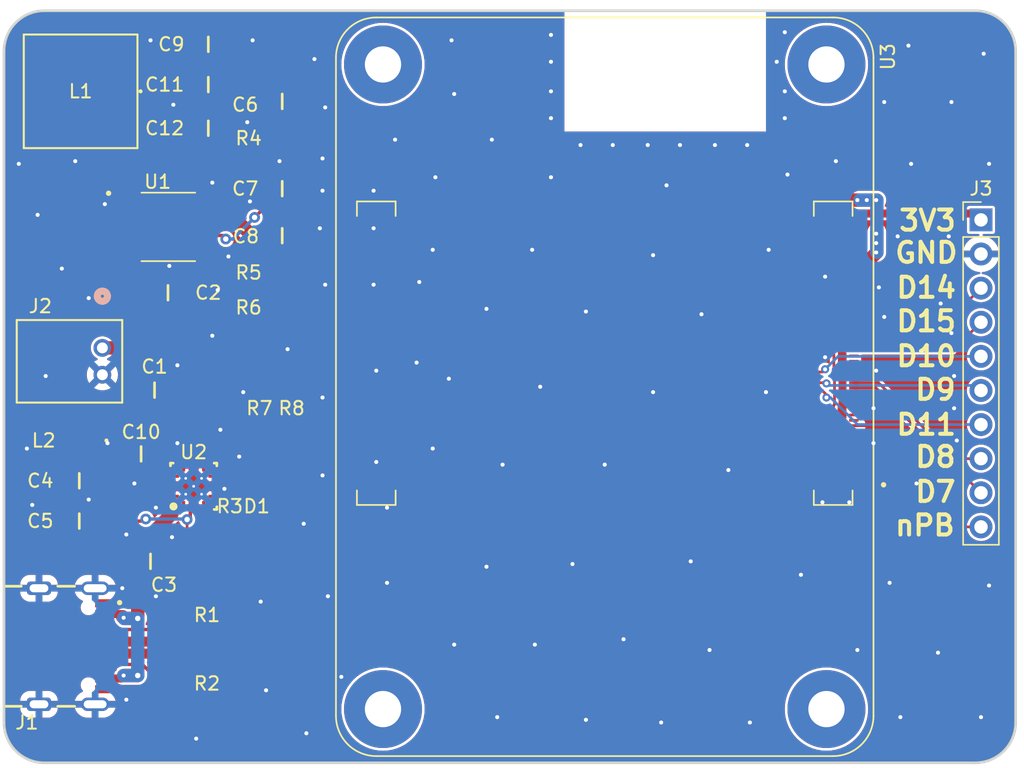
<source format=kicad_pcb>
(kicad_pcb (version 20221018) (generator pcbnew)
  (layers (0 "F.Cu" signal) (31 "B.Cu" signal) (34 "B.Paste" user) (35 "F.Paste" user) (36 "B.SilkS" user "B.Silkscreen") (37 "F.SilkS" user "F.Silkscreen") (38 "B.Mask" user) (39 "F.Mask" user) (44 "Edge.Cuts" user))
  (net 0 "")
  (net 1 "GND")
  (net 2 "/POWER/USB0_N")
  (net 3 "/POWER/USB0_P")
  (net 5 "Net-(J1-CC2)")
  (net 6 "Net-(J1-CC1)")
  (net 8 "/POWER/OUT_3V7")
  (net 9 "+3V3")
  (net 10 "/GPIO/GPIO14")
  (net 11 "/GPIO/GPIO15")
  (net 12 "/GPIO/GPIO10")
  (net 13 "/GPIO/GPIO9")
  (net 14 "/GPIO/GPIO11")
  (net 15 "/GPIO/GPIO8")
  (net 16 "/GPIO/GPIO7")
  (net 17 "/GPIO/nRPIBOOT")
  (net 18 "+5V")
  (net 19 "Net-(U1-SS)")
  (net 20 "Net-(U1-FB)")
  (net 21 "Net-(U1-COMP)")
  (net 22 "Net-(U2-TS)")
  (net 75 "+1V8")
  (net 152 "Net-(U2-PMID)")
  (net 153 "/POWER/REGN")
  (net 154 "Net-(C6-Pad1)")
  (net 155 "Net-(U2-BTST)")
  (net 156 "Net-(C10-Pad2)")
  (net 157 "Net-(U2-STAT)")
  (net 161 "/POWER/USB_5V")
  (net 162 "/POWER/VBAT")
  (net 163 "/POWER/OUT_5V")
  (net 164 "Net-(D1-K)")
  (footprint "Snapeda:AP64501SP-13_SOIC127P600X170-9N" (layer "F.Cu") (at 83.525 40.095)
    (fp_text reference "U1")
    (fp_text value "AP64501SP-13" hide)
  )
  (footprint "Snapeda:RTE0016C" (layer "F.Cu") (at 85.410001 59.410004 90)
    (fp_text reference "U2")
    (fp_text value "BQ25303JRTER")
  )
  (footprint "Snapeda:CAPC2012X140N" (layer "F.Cu") (at 82.5 52.25)
    (fp_text reference "C1")
    (fp_text value "10uF")
  )
  (footprint "Snapeda:RC0603FR-071K5L_RESC1607X60N" (layer "F.Cu") (at 84 69 180)
    (fp_text reference "R1")
    (fp_text value "5.1k")
  )
  (footprint "Snapeda:RC0603FR-071K5L_RESC1607X60N" (layer "F.Cu") (at 92 43.5)
    (fp_text reference "R5")
    (fp_text value "115k")
  )
  (footprint "Snapeda:CAPC2012X140N" (layer "F.Cu") (at 92 40.75)
    (fp_text reference "C8")
    (fp_text value "2.7nF")
  )
  (footprint "Snapeda:CAPC2012X140N" (layer "F.Cu") (at 82.2 65)
    (fp_text reference "C3")
    (fp_text value "2.2uF")
  )
  (footprint "Snapeda:RC0603FR-071K5L_RESC1607X60N" (layer "F.Cu") (at 88 63 90)
    (fp_text reference "R3")
    (fp_text value "1k")
  )
  (footprint "Snapeda:CAPC2012X140N" (layer "F.Cu") (at 81.5 57)
    (fp_text reference "C10")
    (fp_text value "47nF")
  )
  (footprint "Snapeda:CAPC2012X140N" (layer "F.Cu") (at 86.5 32.75)
    (fp_text reference "C12")
    (fp_text value "22uF")
  )
  (footprint "Snapeda:RC0603FR-071K5L_RESC1607X60N" (layer "F.Cu") (at 92 33.5)
    (fp_text reference "R4")
    (fp_text value "15.8k")
  )
  (footprint "Snapeda:CAPC2012X140N" (layer "F.Cu") (at 86.5 26.5)
    (fp_text reference "C9")
    (fp_text value "22uF" hide)
  )
  (footprint "Snapeda:RC0603FR-071K5L_RESC1607X60N" (layer "F.Cu") (at 90.25 55.75 -90)
    (fp_text reference "R7")
    (fp_text value "10K")
  )
  (footprint "Snapeda:USB4105-GF-A_GCT_USB4105-GF-A" (layer "F.Cu") (at 73.90035 71.3225 -90)
    (fp_text reference "J1")
    (fp_text value "USB4105-GF-A")
  )
  (footprint "Snapeda:CAPC2012X140N" (layer "F.Cu") (at 92 37.25)
    (fp_text reference "C7")
    (fp_text value "33pF")
  )
  (footprint "Snapeda:RC0603FR-071K5L_RESC1607X60N" (layer "F.Cu") (at 90 63 -90)
    (fp_text reference "D1")
    (fp_text value "LED")
  )
  (footprint "Connector_PinHeader_2.54mm:PinHeader_1x10_P2.54mm_Vertical" (layer "F.Cu") (at 144 39.575)
    (fp_text reference "J3")
    (fp_text value "DNP")
  )
  (footprint "Snapeda:RC0603FR-071K5L_RESC1607X60N" (layer "F.Cu") (at 92 46)
    (fp_text reference "R6")
    (fp_text value "22.1k")
  )
  (footprint "Snapeda:CAPC2012X140N" (layer "F.Cu") (at 92 30.75)
    (fp_text reference "C6")
    (fp_text value "2.7nF")
  )
  (footprint "Snapeda:CAPC2012X140N" (layer "F.Cu") (at 86.5 29.5)
    (fp_text reference "C11")
    (fp_text value "22uF" hide)
  )
  (footprint "Snapeda:CAPC2012X140N" (layer "F.Cu") (at 76.9 62)
    (fp_text reference "C5")
    (fp_text value "2.2uF")
  )
  (footprint "Snapeda:RC0603FR-071K5L_RESC1607X60N" (layer "F.Cu") (at 92.75 55.75 -90)
    (fp_text reference "R8")
    (fp_text value "10K")
  )
  (footprint "Snapeda:CM4102008_MODULE_CM4102008" (layer "F.Cu") (at 116 52 -90)
    (fp_text reference "U3")
    (fp_text value "CM4102008")
  )
  (footprint "Snapeda:CONN_S2B-PH-K-S_JST" (layer "F.Cu") (at 78.61775 49.1049 -90)
    (fp_text reference "J2")
    (fp_text value "S2B-PH-K-SLFSN" hide)
  )
  (footprint "Snapeda:CAPC2012X140N" (layer "F.Cu") (at 76.9 59)
    (fp_text reference "C4")
    (fp_text value "10uF")
  )
  (footprint "Snapeda:CAPC2012X140N" (layer "F.Cu") (at 83.5 45)
    (fp_text reference "C2")
    (fp_text value "10nF")
  )
  (footprint "Snapeda:RC0603FR-071K5L_RESC1607X60N" (layer "F.Cu") (at 84 74 180)
    (fp_text reference "R2")
    (fp_text value "5.1k")
  )
  (footprint "Snapeda:IND_TAIYO_NR8040_TAY" (layer "F.Cu") (at 77 30 180)
    (fp_text reference "L1")
    (fp_text value "NR8040T3R6N")
  )
  (footprint "Snapeda:RES_CIGT201610_SAM" (layer "F.Cu") (at 76.8255 56 180)
    (fp_text reference "L2")
    (fp_text value "CIGT201610LH1R0MNE" hide)
  )
  (gr_arc (start 71.30035 27) (mid 72.179037 24.878687) (end 74.30035 24) (stroke (width 0.2)) (layer "Edge.Cuts"))
  (gr_arc (start 74.30035 80) (mid 72.179037 79.121313) (end 71.30035 77) (stroke (width 0.2)) (layer "Edge.Cuts"))
  (gr_line (start 74.30035 24) (end 143.57868 24) (stroke (width 0.2)) (layer "Edge.Cuts"))
  (gr_line (start 146.57868 27) (end 146.57868 77) (stroke (width 0.2)) (layer "Edge.Cuts"))
  (gr_arc (start 146.57868 77) (mid 145.700004 79.121324) (end 143.57868 80) (stroke (width 0.2)) (layer "Edge.Cuts"))
  (gr_line (start 143.57868 80) (end 74.30035 80) (stroke (width 0.2)) (layer "Edge.Cuts"))
  (gr_arc (start 143.57868 24) (mid 145.700004 24.878676) (end 146.57868 27) (stroke (width 0.2)) (layer "Edge.Cuts"))
  (gr_line (start 71.30035 27) (end 71.30035 77) (stroke (width 0.2)) (layer "Edge.Cuts"))
  (gr_text "D7" (at 138.95 60.7) (layer "F.SilkS") (effects (font (size 1.5 1.5) (thickness 0.3) bold) (justify left bottom)))
  (gr_text "nPB" (at 137.45 63.2) (layer "F.SilkS") (effects (font (size 1.5 1.5) (thickness 0.3) bold) (justify left bottom)))
  (gr_text "D8" (at 138.95 58.1) (layer "F.SilkS") (effects (font (size 1.5 1.5) (thickness 0.3) bold) (justify left bottom)))
  (gr_text "D10" (at 137.55 50.6) (layer "F.SilkS") (effects (font (size 1.5 1.5) (thickness 0.3) bold) (justify left bottom)))
  (gr_text "GND\n" (at 137.45 42.9) (layer "F.SilkS") (effects (font (size 1.5 1.5) (thickness 0.3) bold) (justify left bottom)))
  (gr_text "D15" (at 137.55 48) (layer "F.SilkS") (effects (font (size 1.5 1.5) (thickness 0.3) bold) (justify left bottom)))
  (gr_text "3V3" (at 137.75 40.5) (layer "F.SilkS") (effects (font (size 1.5 1.5) (thickness 0.3) bold) (justify left bottom)))
  (gr_text "D9" (at 138.95 53.1) (layer "F.SilkS") (effects (font (size 1.5 1.5) (thickness 0.3) bold) (justify left bottom)))
  (gr_text "D14" (at 137.55 45.5) (layer "F.SilkS") (effects (font (size 1.5 1.5) (thickness 0.3) bold) (justify left bottom)))
  (gr_text "D11" (at 137.55 55.7) (layer "F.SilkS") (effects (font (size 1.5 1.5) (thickness 0.3) bold) (justify left bottom)))
  (segment (start 85.409998 58.632186) (end 85.409998 58.860005) (width 0.2) (layer "F.Cu") (net 1))
  (segment (start 85.159996 58.010004) (end 85.159996 58.382184) (width 0.2) (layer "F.Cu") (net 1))
  (segment (start 85.159996 58.010004) (end 84.659997 58.010004) (width 0.2) (layer "F.Cu") (net 1))
  (segment (start 85.159996 58.382184) (end 85.409998 58.632186) (width 0.2) (layer "F.Cu") (net 1))
  (via (at 126.6 34) (size 0.6) (drill 0.3) (layers "F.Cu" "B.Cu") (net 1))
  (via (at 102.2 44.2) (size 0.6) (drill 0.3) (layers "F.Cu" "B.Cu") (net 1))
  (via (at 95.2 44.4) (size 0.6) (drill 0.3) (layers "F.Cu" "B.Cu") (net 1))
  (via (at 141.6 40.8) (size 0.6) (drill 0.3) (layers "F.Cu" "B.Cu") (net 1))
  (via (at 144.2 27.2) (size 0.6) (drill 0.3) (layers "F.Cu" "B.Cu") (net 1))
  (via (at 94.8 40.2) (size 0.6) (drill 0.3) (layers "F.Cu" "B.Cu") (net 1))
  (via (at 111.2 52) (size 0.6) (drill 0.3) (layers "F.Cu" "B.Cu") (net 1))
  (via (at 114.2 34) (size 0.6) (drill 0.3) (layers "F.Cu" "B.Cu") (net 1))
  (via (at 86.8 48.2) (size 0.6) (drill 0.3) (layers "F.Cu" "B.Cu") (net 1))
  (via (at 119.6 52.4) (size 0.6) (drill 0.3) (layers "F.Cu" "B.Cu") (net 1))
  (via (at 141 45.8) (size 0.6) (drill 0.3) (layers "F.Cu" "B.Cu") (net 1))
  (via (at 136 56.2) (size 0.6) (drill 0.3) (layers "F.Cu" "B.Cu") (net 1))
  (via (at 137.2 66.6) (size 0.6) (drill 0.3) (layers "F.Cu" "B.Cu") (net 1))
  (via (at 77.6 45.4) (size 0.6) (drill 0.3) (layers "F.Cu" "B.Cu") (net 1))
  (via (at 85.6 78.2) (size 0.6) (drill 0.3) (layers "F.Cu" "B.Cu") (net 1))
  (via (at 77.6 60.4) (size 0.6) (drill 0.3) (layers "F.Cu" "B.Cu") (net 1))
  (via (at 73 56.6) (size 0.6) (drill 0.3) (layers "F.Cu" "B.Cu") (net 1))
  (via (at 142 53.6) (size 0.6) (drill 0.3) (layers "F.Cu" "B.Cu") (net 1))
  (via (at 79 56.2) (size 0.6) (drill 0.3) (layers "F.Cu" "B.Cu") (net 1))
  (via (at 82.6 61) (size 0.6) (drill 0.3) (layers "F.Cu" "B.Cu") (net 1))
  (via (at 132.4 49.8) (size 0.6) (drill 0.3) (layers "F.Cu" "B.Cu") (net 1))
  (via (at 80.1 67) (size 0.6) (drill 0.3) (layers "F.Cu" "B.Cu") (net 1))
  (via (at 128.8 27.8) (size 0.6) (drill 0.3) (layers "F.Cu" "B.Cu") (net 1))
  (via (at 129.6 36.2) (size 0.6) (drill 0.3) (layers "F.Cu" "B.Cu") (net 1))
  (via (at 89.8 26.2) (size 0.6) (drill 0.3) (layers "F.Cu" "B.Cu") (net 1))
  (via (at 132.2 60.6) (size 0.6) (drill 0.3) (layers "F.Cu" "B.Cu") (net 1))
  (via (at 91.8 35.2) (size 0.6) (drill 0.3) (layers "F.Cu" "B.Cu") (net 1))
  (via (at 88.8 57.2) (size 0.6) (drill 0.3) (layers "F.Cu" "B.Cu") (net 1))
  (via (at 98.8 40.2) (size 0.6) (drill 0.3) (layers "F.Cu" "B.Cu") (net 1))
  (via (at 144.6 66.8) (size 0.6) (drill 0.3) (layers "F.Cu" "B.Cu") (net 1))
  (via (at 119.2 34) (size 0.6) (drill 0.3) (layers "F.Cu" "B.Cu") (net 1))
  (via (at 134.2 60.6) (size 0.6) (drill 0.3) (layers "F.Cu" "B.Cu") (net 1))
  (via (at 138 76.6) (size 0.6) (drill 0.3) (layers "F.Cu" "B.Cu") (net 1))
  (via (at 100.4 33.6) (size 0.6) (drill 0.3) (layers "F.Cu" "B.Cu") (net 1))
  (via (at 93.6 62.2) (size 0.6) (drill 0.3) (layers "F.Cu" "B.Cu") (net 1))
  (via (at 108 76.6) (size 0.6) (drill 0.3) (layers "F.Cu" "B.Cu") (net 1))
  (via (at 132.4 43.8) (size 0.6) (drill 0.3) (layers "F.Cu" "B.Cu") (net 1))
  (via (at 112 25.8) (size 0.6) (drill 0.3) (layers "F.Cu" "B.Cu") (net 1))
  (via (at 99.8 61) (size 0.6) (drill 0.3) (layers "F.Cu" "B.Cu") (net 1))
  (via (at 126.8 77) (size 0.6) (drill 0.3) (layers "F.Cu" "B.Cu") (net 1))
  (via (at 133.2 35.2) (size 0.6) (drill 0.3) (layers "F.Cu" "B.Cu") (net 1))
  (via (at 98.8 44.4) (size 0.6) (drill 0.3) (layers "F.Cu" "B.Cu") (net 1))
  (via (at 124.2 34) (size 0.6) (drill 0.3) (layers "F.Cu" "B.Cu") (net 1))
  (via (at 116.6 34) (size 0.6) (drill 0.3) (layers "F.Cu" "B.Cu") (net 1))
  (via (at 108.4 57.8) (size 0.6) (drill 0.3) (layers "F.Cu" "B.Cu") (net 1))
  (via (at 117.4 70.8) (size 0.6) (drill 0.3) (layers "F.Cu" "B.Cu") (net 1))
  (via (at 99 57.6) (size 0.6) (drill 0.3) (layers "F.Cu" "B.Cu") (net 1))
  (via (at 104.6 26.2) (size 0.6) (drill 0.3) (layers "F.Cu" "B.Cu") (net 1))
  (via (at 95.4 67.6) (size 0.6) (drill 0.3) (layers "F.Cu" "B.Cu") (net 1))
  (via (at 141.8 48) (size 0.6) (drill 0.3) (layers "F.Cu" "B.Cu") (net 1))
  (via (at 90.8 74.6) (size 0.6) (drill 0.3) (layers "F.Cu" "B.Cu") (net 1))
  (via (at 75.6 43.2) (size 0.6) (drill 0.3) (layers "F.Cu" "B.Cu") (net 1))
  (via (at 74.4 51.2) (size 0.6) (drill 0.3) (layers "F.Cu" "B.Cu") (net 1))
  (via (at 80.4 75.3) (size 0.6) (drill 0.3) (layers "F.Cu" "B.Cu") (net 1))
  (via (at 138.8 35.4) (size 0.6) (drill 0.3) (layers "F.Cu" "B.Cu") (net 1))
  (via (at 104.8 71.2) (size 0.6) (drill 0.3) (layers "F.Cu" "B.Cu") (net 1))
  (via (at 76.6 35.2) (size 0.6) (drill 0.3) (layers "F.Cu" "B.Cu") (net 1))
  (via (at 136.2 50.8) (size 0.6) (drill 0.3) (layers "F.Cu" "B.Cu") (net 1))
  (via (at 82.6 67.6) (size 0.6) (drill 0.3) (layers "F.Cu" "B.Cu") (net 1))
  (via (at 107.2 46.2) (size 0.6) (drill 0.3) (layers "F.Cu" "B.Cu") (net 1))
  (via (at 120.6 37) (size 0.6) (drill 0.3) (layers "F.Cu" "B.Cu") (net 1))
  (via (at 136 53.6) (size 0.6) (drill 0.3) (layers "F.Cu" "B.Cu") (net 1))
  (via (at 129.4 25.6) (size 0.6) (drill 0.3) (layers "F.Cu" "B.Cu") (net 1))
  (via (at 88 42.3) (size 0.6) (drill 0.3) (layers "F.Cu" "B.Cu") (net 1))
  (via (at 113.6 65.2) (size 0.6) (drill 0.3) (layers "F.Cu" "B.Cu") (net 1))
  (via (at 119.6 42.2) (size 0.6) (drill 0.3) (layers "F.Cu" "B.Cu") (net 1))
  (via (at 72.4 35.4) (size 0.6) (drill 0.3) (layers "F.Cu" "B.Cu") (net 1))
  (via (at 136.8 30.8) (size 0.6) (drill 0.3) (layers "F.Cu" "B.Cu") (net 1))
  (via (at 102 50.2) (size 0.6) (drill 0.3) (layers "F.Cu" "B.Cu") (net 1))
  (via (at 107.6 33.6) (size 0.6) (drill 0.3) (layers "F.Cu" "B.Cu") (net 1))
  (via (at 99 50.8) (size 0.6) (drill 0.3) (layers "F.Cu" "B.Cu") (net 1))
  (via (at 95.2 31.2) (size 0.6) (drill 0.3) (layers "F.Cu" "B.Cu") (net 1))
  (via (at 95 35) (size 0.6) (drill 0.3) (layers "F.Cu" "B.Cu") (net 1))
  (via (at 139.2 59.2) (size 0.6) (drill 0.3) (layers "F.Cu" "B.Cu") (net 1))
  (via (at 89.6 38.2) (size 0.6) (drill 0.3) (layers "F.Cu" "B.Cu") (net 1))
  (via (at 103.4 36.4) (size 0.6) (drill 0.3) (layers "F.Cu" "B.Cu") (net 1))
  (via (at 89.4 32.3) (size 0.6) (drill 0.3) (layers "F.Cu" "B.Cu") (net 1))
  (via (at 112 30) (size 0.6) (drill 0.3) (layers "F.Cu" "B.Cu") (net 1))
  (via (at 104.4 51.4) (size 0.6) (drill 0.3) (layers "F.Cu" "B.Cu") (net 1))
  (via (at 103.2 41.8) (size 0.6) (drill 0.3) (layers "F.Cu" "B.Cu") (net 1))
  (via (at 141.8 30.8) (size 0.6) (drill 0.3) (layers "F.Cu" "B.Cu") (net 1))
  (via (at 123.2 46.6) (size 0.6) (drill 0.3) (layers "F.Cu" "B.Cu") (net 1))
  (via (at 93.8 77.8) (size 0.6) (drill 0.3) (layers "F.Cu" "B.Cu") (net 1))
  (via (at 98.8 37.4) (size 0.6) (drill 0.3) (layers "F.Cu" "B.Cu") (net 1))
  (via (at 144 76.6) (size 0.6) (drill 0.3) (layers "F.Cu" "B.Cu") (net 1))
  (via (at 142 51.2) (size 0.6) (drill 0.3) (layers "F.Cu" "B.Cu") (net 1))
  (via (at 104.8 30.2) (size 0.6) (drill 0.3) (layers "F.Cu" "B.Cu") (net 1))
  (via (at 83.9 31) (size 0.6) (drill 0.3) (layers "F.Cu" "B.Cu") (net 1))
  (via (at 95 52.8) (size 0.6) (drill 0.3) (layers "F.Cu" "B.Cu") (net 1))
  (via (at 92.4 49.2) (size 0.6) (drill 0.3) (layers "F.Cu" "B.Cu") (net 1))
  (via (at 134.8 71.6) (size 0.6) (drill 0.3) (layers "F.Cu" "B.Cu") (net 1))
  (via (at 112 36.4) (size 0.6) (drill 0.3) (layers "F.Cu" "B.Cu") (net 1))
  (via (at 81 59.2) (size 0.6) (drill 0.3) (layers "F.Cu" "B.Cu") (net 1))
  (via (at 87.7 59.6) (size 0.6) (drill 0.3) (layers "F.Cu" "B.Cu") (net 1))
  (via (at 112 32) (size 0.6) (drill 0.3) (layers "F.Cu" "B.Cu") (net 1))
  (via (at 137.8 40.8) (size 0.6) (drill 0.3) (layers "F.Cu" "B.Cu") (net 1))
  (via (at 90.4 68) (size 0.6) (drill 0.3) (layers "F.Cu" "B.Cu") (net 1))
  (via (at 129.4 32) (size 0.6) (drill 0.3) (layers "F.Cu" "B.Cu") (net 1))
  (via (at 95 58.6) (size 0.6) (drill 0.3) (layers "F.Cu" "B.Cu") (net 1))
  (via (at 122.4 65) (size 0.6) (drill 0.3) (layers "F.Cu" "B.Cu") (net 1))
  (via (at 130.6 66) (size 0.6) (drill 0.3) (layers "F.Cu" "B.Cu") (net 1))
  (via (at 84.2 50.4) (size 0.6) (drill 0.3) (layers "F.Cu" "B.Cu") (net 1))
  (via (at 78.8 38.4) (size 0.6) (drill 0.3) (layers "F.Cu" "B.Cu") (net 1))
  (via (at 128.2 41.8) (size 0.6) (drill 0.3) (layers "F.Cu" "B.Cu") (net 1))
  (via (at 123.8 71.6) (size 0.6) (drill 0.3) (layers "F.Cu" "B.Cu") (net 1))
  (via (at 89.1 52.4) (size 0.6) (drill 0.3) (layers "F.Cu" "B.Cu") (net 1))
  (via (at 128 52.4) (size 0.6) (drill 0.3) (layers "F.Cu" "B.Cu") (net 1))
  (via (at 84.2 56.2) (size 0.6) (drill 0.3) (layers "F.Cu" "B.Cu") (net 1))
  (via (at 110.6 41.8) (size 0.6) (drill 0.3) (layers "F.Cu" "B.Cu") (net 1))
  (via (at 121.6 34) (size 0.6) (drill 0.3) (layers "F.Cu" "B.Cu") (net 1))
  (via (at 99.8 66.6) (size 0.6) (drill 0.3) (layers "F.Cu" "B.Cu") (net 1))
  (via (at 112 27.8) (size 0.6) (drill 0.3) (layers "F.Cu" "B.Cu") (net 1))
  (via (at 125.2 58.2) (size 0.6) (drill 0.3) (layers "F.Cu" "B.Cu") (net 1))
  (via (at 114.6 46.4) (size 0.6) (drill 0.3) (layers "F.Cu" "B.Cu") (net 1))
  (via (at 83.8 63.2) (size 0.6) (drill 0.3) (layers "F.Cu" "B.Cu") (net 1))
  (via (at 136.8 46.8) (size 0.6) (drill 0.3) (layers "F.Cu" "B.Cu") (net 1))
  (via (at 95 37.4) (size 0.6) (drill 0.3) (layers "F.Cu" "B.Cu") (net 1))
  (via (at 86.8 36.8) (size 0.6) (drill 0.3) (layers "F.Cu" "B.Cu") (net 1))
  (via (at 110.8 71.2) (size 0.6) (drill 0.3) (layers "F.Cu" "B.Cu") (net 1))
  (via (at 87.4 55.2) (size 0.6) (drill 0.3) (layers "F.Cu" "B.Cu") (net 1))
  (via (at 103.2 56.6) (size 0.6) (drill 0.3) (layers "F.Cu" "B.Cu") (net 1))
  (via (at 73.4 60.8) (size 0.6) (drill 0.3) (layers "F.Cu" "B.Cu") (net 1))
  (via (at 138.6 26.6) (size 0.6) (drill 0.3) (layers "F.Cu" "B.Cu") (net 1))
  (via (at 73.8 39.2) (size 0.6) (drill 0.3) (layers "F.Cu" "B.Cu") (net 1))
  (via (at 80.4 63) (size 0.6) (drill 0.3) (layers "F.Cu" "B.Cu") (net 1))
  (via (at 96.4 73.6) (size 0.6) (drill 0.3) (layers "F.Cu" "B.Cu") (net 1))
  (via (at 140.8 71.8) (size 0.6) (drill 0.3) (layers "F.Cu" "B.Cu") (net 1))
  (via (at 94.4 27.6) (size 0.6) (drill 0.3) (layers "F.Cu" "B.Cu") (net 1))
  (via (at 83.6 43) (size 0.6) (drill 0.3) (layers "F.Cu" "B.Cu") (net 1))
  (via (at 107.2 65.4) (size 0.6) (drill 0.3) (layers "F.Cu" "B.Cu") (net 1))
  (via (at 116 57.8) (size 0.6) (drill 0.3) (layers "F.Cu" "B.Cu") (net 1))
  (via (at 144.6 35.4) (size 0.6) (drill 0.3) (layers "F.Cu" "B.Cu") (net 1))
  (via (at 142.2 56) (size 0.6) (drill 0.3) (layers "F.Cu" "B.Cu") (net 1))
  (via (at 114.6 76.8) (size 0.6) (drill 0.3) (layers "F.Cu" "B.Cu") (net 1))
  (via (at 129.4 30) (size 0.6) (drill 0.3) (layers "F.Cu" "B.Cu") (net 1))
  (via (at 136.4 44.6) (size 0.6) (drill 0.3) (layers "F.Cu" "B.Cu") (net 1))
  (via (at 87.2 44.8) (size 0.6) (drill 0.3) (layers "F.Cu" "B.Cu") (net 1))
  (via (at 120.2 77) (size 0.6) (drill 0.3) (layers "F.Cu" "B.Cu") (net 1))
  (via (at 82.2 26.2) (size 0.6) (drill 0.3) (layers "F.Cu" "B.Cu") (net 1))
  (segment (start 101.5 59.25) (end 101.615442 59.25) (width 0.745) (layer "F.Cu") (net 2))
  (segment (start 79.53035 71.5225) (end 79.53035 70.6225) (width 0.2) (layer "F.Cu") (net 2))
  (segment (start 79.48035 70.5725) (end 78.65535 70.5725) (width 0.2) (layer "F.Cu") (net 2))
  (segment (start 101.15 58.9) (end 101.5 59.25) (width 0.2) (layer "F.Cu") (net 2))
  (segment (start 79.53035 70.6225) (end 79.48035 70.5725) (width 0.2) (layer "F.Cu") (net 2))
  (segment (start 102.8013 65.548794) (end 102.8013 66.564142) (width 0.745) (layer "F.Cu") (net 2))
  (segment (start 102.2738 62.6675) (end 102.3288 62.6675) (width 0.745) (layer "F.Cu") (net 2))
  (segment (start 102.3288 63.6125) (end 102.2738 63.6125) (width 0.745) (layer "F.Cu") (net 2))
  (segment (start 101.615442 59.25) (end 102.8013 60.435858) (width 0.745) (layer "F.Cu") (net 2))
  (segment (start 98.389922 70.97552) (end 80.543157 70.97552) (width 0.745) (layer "F.Cu") (net 2))
  (segment (start 102.8013 66.564142) (end 98.389922 70.97552) (width 0.745) (layer "F.Cu") (net 2))
  (segment (start 102.8013 65.03) (end 102.8013 65.548794) (width 0.745) (layer "F.Cu") (net 2))
  (segment (start 78.65535 71.5725) (end 79.48035 71.5725) (width 0.2) (layer "F.Cu") (net 2))
  (segment (start 79.48035 71.5725) (end 79.53035 71.5225) (width 0.2) (layer "F.Cu") (net 2))
  (segment (start 100.54 58.9) (end 101.15 58.9) (width 0.2) (layer "F.Cu") (net 2))
  (segment (start 102.8013 60.435858) (end 102.8013 61.25) (width 0.745) (layer "F.Cu") (net 2))
  (segment (start 102.2738 64.5575) (end 102.3288 64.5575) (width 0.745) (layer "F.Cu") (net 2))
  (segment (start 102.3288 61.7225) (end 102.2738 61.7225) (width 0.745) (layer "F.Cu") (net 2))
  (segment (start 78.65535 70.5725) (end 80.140137 70.5725) (width 0.2) (layer "F.Cu") (net 2))
  (segment (start 80.140137 70.5725) (end 80.543157 70.97552) (width 0.2) (layer "F.Cu") (net 2))
  (arc (start 102.3288 62.6675) (mid 102.662908 62.805892) (end 102.8013 63.14) (width 0.745) (layer "F.Cu") (net 2))
  (arc (start 101.8013 62.195) (mid 101.939692 62.529108) (end 102.2738 62.6675) (width 0.745) (layer "F.Cu") (net 2))
  (arc (start 102.2738 63.6125) (mid 101.939692 63.750892) (end 101.8013 64.085) (width 0.745) (layer "F.Cu") (net 2))
  (arc (start 102.3288 64.5575) (mid 102.662908 64.695892) (end 102.8013 65.03) (width 0.745) (layer "F.Cu") (net 2))
  (arc (start 102.8013 63.14) (mid 102.662908 63.474108) (end 102.3288 63.6125) (width 0.745) (layer "F.Cu") (net 2))
  (arc (start 102.2738 61.7225) (mid 101.939692 61.860892) (end 101.8013 62.195) (width 0.745) (layer "F.Cu") (net 2))
  (arc (start 102.8013 61.25) (mid 102.662908 61.584108) (end 102.3288 61.7225) (width 0.745) (layer "F.Cu") (net 2))
  (arc (start 101.8013 64.085) (mid 101.939692 64.419108) (end 102.2738 64.5575) (width 0.745) (layer "F.Cu") (net 2))
  (segment (start 101.5 58.25) (end 101.884558 58.25) (width 0.745) (layer "F.Cu") (net 3))
  (segment (start 98.761638 71.87292) (end 80.543157 71.87292) (width 0.745) (layer "F.Cu") (net 3))
  (segment (start 101.884558 58.25) (end 103.6987 60.064142) (width 0.745) (layer "F.Cu") (net 3))
  (segment (start 103.6987 60.064142) (end 103.6987 66.935858) (width 0.745) (layer "F.Cu") (net 3))
  (segment (start 78.65535 72.0725) (end 80.343577 72.0725) (width 0.2) (layer "F.Cu") (net 3))
  (segment (start 77.83035 72.0725) (end 77.75 71.99215) (width 0.2) (layer "F.Cu") (net 3))
  (segment (start 100.54 58.5) (end 101.25 58.5) (width 0.2) (layer "F.Cu") (net 3))
  (segment (start 103.6987 66.935858) (end 98.761638 71.87292) (width 0.745) (layer "F.Cu") (net 3))
  (segment (start 101.25 58.5) (end 101.5 58.25) (width 0.2) (layer "F.Cu") (net 3))
  (segment (start 77.75 71.99215) (end 77.75 71.25) (width 0.2) (layer "F.Cu") (net 3))
  (segment (start 77.75 71.25) (end 77.9275 71.0725) (width 0.2) (layer "F.Cu") (net 3))
  (segment (start 77.9275 71.0725) (end 78.65535 71.0725) (width 0.2) (layer "F.Cu") (net 3))
  (segment (start 78.65535 72.0725) (end 77.83035 72.0725) (width 0.2) (layer "F.Cu") (net 3))
  (segment (start 80.343577 72.0725) (end 80.543157 71.87292) (width 0.2) (layer "F.Cu") (net 3))
  (segment (start 79.63035 72.675) (end 79.55535 72.75) (width 0.25) (layer "F.Cu") (net 5))
  (segment (start 82.916726 74) (end 81.591726 72.675) (width 0.25) (layer "F.Cu") (net 5))
  (segment (start 79.55535 73.0475) (end 79.53035 73.0725) (width 0.25) (layer "F.Cu") (net 5))
  (segment (start 83.265 74) (end 82.916726 74) (width 0.25) (layer "F.Cu") (net 5))
  (segment (start 81.591726 72.675) (end 79.63035 72.675) (width 0.25) (layer "F.Cu") (net 5))
  (segment (start 79.55535 72.75) (end 79.55535 73.0475) (width 0.25) (layer "F.Cu") (net 5))
  (segment (start 79.53035 73.0725) (end 78.65535 73.0725) (width 0.25) (layer "F.Cu") (net 5))
  (segment (start 83.265 69) (end 82.19 70.075) (width 0.25) (layer "F.Cu") (net 6))
  (segment (start 78.65785 70.075) (end 78.65535 70.0725) (width 0.25) (layer "F.Cu") (net 6))
  (segment (start 82.19 70.075) (end 78.65785 70.075) (width 0.25) (layer "F.Cu") (net 6))
  (segment (start 76 56) (end 76 44.795001) (width 0.6) (layer "F.Cu") (net 8))
  (segment (start 81.05 39.46) (end 81.05 40.73) (width 0.6) (layer "F.Cu") (net 8))
  (segment (start 81 54.325) (end 76.475 54.325) (width 0.6) (layer "F.Cu") (net 8))
  (segment (start 81.6 53.725) (end 81 54.325) (width 0.6) (layer "F.Cu") (net 8))
  (segment (start 80.065001 40.73) (end 81.05 40.73) (width 0.6) (layer "F.Cu") (net 8))
  (segment (start 76 44.795001) (end 80.065001 40.73) (width 0.6) (layer "F.Cu") (net 8))
  (segment (start 76 54.8) (end 76 56) (width 0.6) (layer "F.Cu") (net 8))
  (segment (start 76 55.454922) (end 76 56) (width 0.25) (layer "F.Cu") (net 8))
  (segment (start 81.6 52.25) (end 81.6 53.725) (width 0.6) (layer "F.Cu") (net 8))
  (segment (start 76.475 54.325) (end 76 54.8) (width 0.6) (layer "F.Cu") (net 8))
  (segment (start 133.69 39.1) (end 132.4524 40.3376) (width 0.6) (layer "F.Cu") (net 9))
  (segment (start 132.2024 42.5) (end 132.4524 42.75) (width 0.2) (layer "F.Cu") (net 9))
  (segment (start 131.46 42.9) (end 132.3024 42.9) (width 0.2) (layer "F.Cu") (net 9))
  (segment (start 131.46 42.5) (end 132.2024 42.5) (width 0.2) (layer "F.Cu") (net 9))
  (segment (start 143.525 39.1) (end 133.69 39.1) (width 0.6) (layer "F.Cu") (net 9))
  (segment (start 144 39.575) (end 143.525 39.1) (width 0.6) (layer "F.Cu") (net 9))
  (segment (start 132.3024 42.9) (end 132.4524 42.75) (width 0.2) (layer "F.Cu") (net 9))
  (segment (start 132.4524 40.3376) (end 132.4524 42.75) (width 0.6) (layer "F.Cu") (net 9))
  (segment (start 134.54 48.5) (end 140.155 48.5) (width 0.2) (layer "F.Cu") (net 10))
  (segment (start 140.155 48.5) (end 144 44.655) (width 0.2) (layer "F.Cu") (net 10))
  (segment (start 141.895 49.3) (end 134.54 49.3) (width 0.2) (layer "F.Cu") (net 11))
  (segment (start 144 47.195) (end 141.895 49.3) (width 0.2) (layer "F.Cu") (net 11))
  (segment (start 132.4 50.7) (end 132.2 50.9) (width 0.2) (layer "F.Cu") (net 12))
  (segment (start 132.2 50.9) (end 131.46 50.9) (width 0.2) (layer "F.Cu") (net 12))
  (via (at 132.4 50.7) (size 0.6) (drill 0.3) (layers "F.Cu" "B.Cu") (net 12))
  (segment (start 133.365 49.735) (end 144 49.735) (width 0.2) (layer "B.Cu") (net 12))
  (segment (start 132.4 50.7) (end 133.365 49.735) (width 0.2) (layer "B.Cu") (net 12))
  (segment (start 132.451903 51.7) (end 131.46 51.7) (width 0.2) (layer "F.Cu") (net 13))
  (segment (start 132.5 51.748097) (end 132.451903 51.7) (width 0.2) (layer "F.Cu") (net 13))
  (via (at 132.5 51.748097) (size 0.6) (drill 0.3) (layers "F.Cu" "B.Cu") (net 13))
  (segment (start 132.651903 51.9) (end 132.5 51.748097) (width 0.2) (layer "B.Cu") (net 13))
  (segment (start 144 52.275) (end 143.625 51.9) (width 0.2) (layer "B.Cu") (net 13))
  (segment (start 143.625 51.9) (end 132.651903 51.9) (width 0.2) (layer "B.Cu") (net 13))
  (segment (start 132.5 52.596626) (end 132.003374 52.1) (width 0.2) (layer "F.Cu") (net 14))
  (segment (start 132.003374 52.1) (end 131.46 52.1) (width 0.2) (layer "F.Cu") (net 14))
  (segment (start 132.5 52.8) (end 132.5 52.596626) (width 0.2) (layer "F.Cu") (net 14))
  (via (at 132.5 52.8) (size 0.6) (drill 0.3) (layers "F.Cu" "B.Cu") (net 14))
  (segment (start 132.5 52.8) (end 132.8 52.8) (width 0.2) (layer "B.Cu") (net 14))
  (segment (start 134.815 54.815) (end 144 54.815) (width 0.2) (layer "B.Cu") (net 14))
  (segment (start 132.8 52.8) (end 134.815 54.815) (width 0.2) (layer "B.Cu") (net 14))
  (segment (start 142.025686 57.355) (end 136.370686 51.7) (width 0.2) (layer "F.Cu") (net 15))
  (segment (start 136.370686 51.7) (end 134.54 51.7) (width 0.2) (layer "F.Cu") (net 15))
  (segment (start 144 57.355) (end 142.025686 57.355) (width 0.2) (layer "F.Cu") (net 15))
  (segment (start 134.54 52.1) (end 136.205 52.1) (width 0.2) (layer "F.Cu") (net 16))
  (segment (start 136.205 52.1) (end 144 59.895) (width 0.2) (layer "F.Cu") (net 16))
  (segment (start 133.0524 40.9476) (end 133.0524 51.4238) (width 0.2) (layer "F.Cu") (net 17))
  (segment (start 133.9 40.1) (end 133.0524 40.9476) (width 0.2) (layer "F.Cu") (net 17))
  (segment (start 133.0286 53.4) (end 133.0286 61.2214) (width 0.2) (layer "F.Cu") (net 17))
  (segment (start 133.1 51.4714) (end 133.1 53.3286) (width 0.2) (layer "F.Cu") (net 17))
  (segment (start 134.2422 62.435) (end 144 62.435) (width 0.2) (layer "F.Cu") (net 17))
  (segment (start 133.0286 61.2214) (end 134.2422 62.435) (width 0.2) (layer "F.Cu") (net 17))
  (segment (start 134.54 40.1) (end 133.9 40.1) (width 0.2) (layer "F.Cu") (net 17))
  (segment (start 133.0524 51.4238) (end 133.1 51.4714) (width 0.2) (layer "F.Cu") (net 17))
  (segment (start 133.1 53.3286) (end 133.0286 53.4) (width 0.2) (layer "F.Cu") (net 17))
  (segment (start 135.06 42.5) (end 135.4 42.84) (width 0.2) (layer "F.Cu") (net 18))
  (segment (start 135.1 44.1) (end 134.54 44.1) (width 0.2) (layer "F.Cu") (net 18))
  (segment (start 134.94 43.3) (end 135.4 42.84) (width 0.2) (layer "F.Cu") (net 18))
  (segment (start 135.495 42.745) (end 135.4 42.84) (width 1) (layer "F.Cu") (net 18))
  (segment (start 135 38.1) (end 136.25 38.1) (width 1) (layer "F.Cu") (net 18))
  (segment (start 88.5 39.5) (end 89.75 40.75) (width 1) (layer "F.Cu") (net 18))
  (segment (start 134.54 42.9) (end 135.34 42.9) (width 0.2) (layer "F.Cu") (net 18))
  (segment (start 91.1 40.75) (end 91.1 43.335) (width 1) (layer "F.Cu") (net 18))
  (segment (start 135.4 43.8) (end 135.3 43.7) (width 0.2) (layer "F.Cu") (net 18))
  (segment (start 134.54 42.1) (end 135.3 42.1) (width 0.2) (layer "F.Cu") (net 18))
  (segment (start 85.6 33.85) (end 88.5 36.75) (width 1) (layer "F.Cu") (net 18))
  (segment (start 91.1 43.335) (end 91.265 43.5) (width 1) (layer "F.Cu") (net 18))
  (segment (start 135.3 43.7) (end 134.54 43.7) (width 0.2) (layer "F.Cu") (net 18))
  (segment (start 135.72 42.52) (end 135.495 42.745) (width 1) (layer "F.Cu") (net 18))
  (segment (start 91.1 39.85) (end 92.2 38.75) (width 1) (layer "F.Cu") (net 18))
  (segment (start 135.34 42.9) (end 135.4 42.84) (width 0.2) (layer "F.Cu") (net 18))
  (segment (start 136.25 41.99) (end 135.72 42.52) (width 1) (layer "F.Cu") (net 18))
  (segment (start 88.5 36.75) (end 88.5 39.5) (width 1) (layer "F.Cu") (net 18))
  (segment (start 136.25 40.5) (end 136.25 41.99) (width 1) (layer "F.Cu") (net 18))
  (segment (start 85.6 29.5) (end 85.6 32.75) (width 1) (layer "F.Cu") (net 18))
  (segment (start 135.4 43.8) (end 135.1 44.1) (width 0.2) (layer "F.Cu") (net 18))
  (segment (start 92.2 38.75) (end 132.625786 38.75) (width 1) (layer "F.Cu") (net 18))
  (segment (start 80.25 30) (end 83.75 26.5) (width 1) (layer "F.Cu") (net 18))
  (segment (start 79.80035 30) (end 80.25 30) (width 1) (layer "F.Cu") (net 18))
  (segment (start 89.75 40.75) (end 91.1 40.75) (width 1) (layer "F.Cu") (net 18))
  (segment (start 132.625786 38.75) (end 133.275786 38.1) (width 1) (layer "F.Cu") (net 18))
  (segment (start 134.54 42.5) (end 135.06 42.5) (width 0.2) (layer "F.Cu") (net 18))
  (segment (start 91.1 40.75) (end 91.1 39.85) (width 1) (layer "F.Cu") (net 18))
  (segment (start 83.75 26.5) (end 85.6 26.5) (width 1) (layer "F.Cu") (net 18))
  (segment (start 85.6 32.75) (end 85.6 33.85) (width 1) (layer "F.Cu") (net 18))
  (segment (start 134.54 43.3) (end 134.94 43.3) (width 0.2) (layer "F.Cu") (net 18))
  (segment (start 133.275786 38.1) (end 135 38.1) (width 1) (layer "F.Cu") (net 18))
  (segment (start 135.4 42.84) (end 135.4 43.8) (width 1) (layer "F.Cu") (net 18))
  (segment (start 85.6 26.5) (end 85.6 29.5) (width 1) (layer "F.Cu") (net 18))
  (segment (start 135.3 42.1) (end 135.72 42.52) (width 0.2) (layer "F.Cu") (net 18))
  (via (at 136.2 42) (size 0.6) (drill 0.3) (layers "F.Cu" "B.Cu") (net 18))
  (via (at 136.2 41.3) (size 0.6) (drill 0.3) (layers "F.Cu" "B.Cu") (net 18))
  (via (at 134.8 38.1) (size 0.6) (drill 0.3) (layers "F.Cu" "B.Cu") (net 18))
  (via (at 136.2 38.1) (size 0.6) (drill 0.3) (layers "F.Cu" "B.Cu") (net 18))
  (via (at 135.5 38.1) (size 0.6) (drill 0.3) (layers "F.Cu" "B.Cu") (net 18))
  (via (at 136.2 40.6) (size 0.6) (drill 0.3) (layers "F.Cu" "B.Cu") (net 18))
  (segment (start 136.25 38.1) (end 135 38.1) (width 1) (layer "B.Cu") (net 18))
  (segment (start 136.25 40.5) (end 136.25 41.99) (width 1) (layer "B.Cu") (net 18))
  (segment (start 136.25 38.1) (end 136.25 40.5) (width 1) (layer "B.Cu") (net 18))
  (segment (start 82.6 45) (end 82.6 43.55) (width 0.25) (layer "F.Cu") (net 19))
  (segment (start 82.6 43.55) (end 81.05 42) (width 0.25) (layer "F.Cu") (net 19))
  (segment (start 90 46) (end 86 42) (width 0.25) (layer "F.Cu") (net 20))
  (segment (start 92.735 44.32) (end 91.265 45.79) (width 0.25) (layer "F.Cu") (net 20))
  (segment (start 92.735 43.5) (end 92.735 44.32) (width 0.25) (layer "F.Cu") (net 20))
  (segment (start 91.265 45.79) (end 91.265 46) (width 0.25) (layer "F.Cu") (net 20))
  (segment (start 91.265 46) (end 90 46) (width 0.25) (layer "F.Cu") (net 20))
  (segment (start 92.735 40.915) (end 92.9 40.75) (width 0.25) (layer "F.Cu") (net 20))
  (segment (start 92.735 43.5) (end 92.735 40.915) (width 0.25) (layer "F.Cu") (net 20))
  (segment (start 87.53 40.73) (end 86 40.73) (width 0.25) (layer "F.Cu") (net 21))
  (segment (start 89.944134 39.389206) (end 91.1 38.23334) (width 0.25) (layer "F.Cu") (net 21))
  (segment (start 87.8 41) (end 87.53 40.73) (width 0.25) (layer "F.Cu") (net 21))
  (segment (start 91.1 33.665) (end 91.265 33.5) (width 0.25) (layer "F.Cu") (net 21))
  (segment (start 91.1 37.25) (end 91.1 33.665) (width 0.25) (layer "F.Cu") (net 21))
  (segment (start 91.1 38.23334) (end 91.1 37.25) (width 0.25) (layer "F.Cu") (net 21))
  (via (at 87.8 41) (size 0.8) (drill 0.4) (layers "F.Cu" "B.Cu") (net 21))
  (via (at 89.944134 39.389206) (size 0.8) (drill 0.4) (layers "F.Cu" "B.Cu") (net 21))
  (segment (start 88.33334 41) (end 89.944134 39.389206) (width 0.25) (layer "B.Cu") (net 21))
  (segment (start 87.8 41) (end 88.33334 41) (width 0.25) (layer "B.Cu") (net 21))
  (segment (start 87.195001 59.160002) (end 86.809998 59.160002) (width 0.25) (layer "F.Cu") (net 22))
  (segment (start 87.434997 58.920006) (end 87.195001 59.160002) (width 0.25) (layer "F.Cu") (net 22))
  (segment (start 90.25 55.015) (end 89.49 55.015) (width 0.25) (layer "F.Cu") (net 22))
  (segment (start 89.49 55.015) (end 87.434997 57.070003) (width 0.25) (layer "F.Cu") (net 22))
  (segment (start 87.434997 57.070003) (end 87.434997 58.920006) (width 0.25) (layer "F.Cu") (net 22))
  (segment (start 92.75 55.015) (end 90.25 55.015) (width 0.25) (layer "F.Cu") (net 22))
  (segment (start 131.46 41.7) (end 131.46 42.1) (width 0.2) (layer "F.Cu") (net 75))
  (segment (start 78.960002 60.160002) (end 77.8 59) (width 0.25) (layer "F.Cu") (net 152))
  (segment (start 84.009999 60.160002) (end 78.960002 60.160002) (width 0.25) (layer "F.Cu") (net 152))
  (segment (start 81.847536 61.847536) (end 81.695072 62) (width 0.25) (layer "F.Cu") (net 153))
  (segment (start 90.81 62.925) (end 90 63.735) (width 0.2) (layer "F.Cu") (net 153))
  (segment (start 81.695072 62) (end 77.8 62) (width 0.25) (layer "F.Cu") (net 153))
  (segment (start 85.159996 60.810004) (end 85.159996 61.644932) (width 0.25) (layer "F.Cu") (net 153))
  (segment (start 84.922711 62.922711) (end 86.555 64.555) (width 0.2) (layer "F.Cu") (net 153))
  (segment (start 89.18 64.555) (end 90 63.735) (width 0.2) (layer "F.Cu") (net 153))
  (segment (start 84.922711 61.882217) (end 84.922711 62.922711) (width 0.2) (layer "F.Cu") (net 153))
  (segment (start 90.25 56.485) (end 90.81 57.045) (width 0.2) (layer "F.Cu") (net 153))
  (segment (start 86.555 64.555) (end 89.18 64.555) (width 0.2) (layer "F.Cu") (net 153))
  (segment (start 85.159996 61.644932) (end 84.922711 61.882217) (width 0.25) (layer "F.Cu") (net 153))
  (segment (start 90.81 57.045) (end 90.81 62.925) (width 0.2) (layer "F.Cu") (net 153))
  (via (at 84.922711 61.882217) (size 0.8) (drill 0.4) (layers "F.Cu" "B.Cu") (net 153))
  (via (at 81.847536 61.847536) (size 0.8) (drill 0.4) (layers "F.Cu" "B.Cu") (net 153))
  (segment (start 84.88803 61.847536) (end 81.847536 61.847536) (width 0.25) (layer "B.Cu") (net 153))
  (segment (start 84.922711 61.882217) (end 84.88803 61.847536) (width 0.25) (layer "B.Cu") (net 153))
  (segment (start 91.1 31.655) (end 91.1 30.75) (width 0.25) (layer "F.Cu") (net 154))
  (segment (start 92.735 33.29) (end 91.1 31.655) (width 0.25) (layer "F.Cu") (net 154))
  (segment (start 92.735 33.5) (end 92.735 33.29) (width 0.25) (layer "F.Cu") (net 154))
  (segment (start 83.060004 59.660004) (end 82.985002 59.585002) (width 0.25) (layer "F.Cu") (net 155))
  (segment (start 80.6 57.15) (end 81.9 58.45) (width 0.5) (layer "F.Cu") (net 155))
  (segment (start 84.009999 59.660004) (end 83.939996 59.660004) (width 0.2) (layer "F.Cu") (net 155))
  (segment (start 80.6 57) (end 80.6 57.15) (width 0.5) (layer "F.Cu") (net 155))
  (segment (start 81.9 58.45) (end 81.9 58.5) (width 0.5) (layer "F.Cu") (net 155))
  (segment (start 84.009999 59.660004) (end 83.060004 59.660004) (width 0.25) (layer "F.Cu") (net 155))
  (segment (start 81.9 58.5) (end 82.985002 59.585002) (width 0.5) (layer "F.Cu") (net 155))
  (segment (start 82.4 57) (end 82.4 56.6) (width 0.5) (layer "F.Cu") (net 156))
  (segment (start 84.009999 58.660003) (end 83.410003 58.660003) (width 0.25) (layer "F.Cu") (net 156))
  (segment (start 83.410002 58.010002) (end 83.410002 59.020052) (width 0.5) (layer "F.Cu") (net 156))
  (segment (start 80.875 55.075) (end 78.576 55.075) (width 0.5) (layer "F.Cu") (net 156))
  (segment (start 82.4 57) (end 83.410002 58.010002) (width 0.5) (layer "F.Cu") (net 156))
  (segment (start 83.410002 59.160002) (end 84.009999 59.160002) (width 0.25) (layer "F.Cu") (net 156))
  (segment (start 82.4 56.6) (end 80.875 55.075) (width 0.5) (layer "F.Cu") (net 156))
  (segment (start 78.576 55.075) (end 77.651 56) (width 0.5) (layer "F.Cu") (net 156))
  (segment (start 85.659998 61.659998) (end 85.659998 60.810004) (width 0.2) (layer "F.Cu") (net 157))
  (segment (start 86.265 62.265) (end 85.659998 61.659998) (width 0.2) (layer "F.Cu") (net 157))
  (segment (start 88 62.265) (end 86.265 62.265) (width 0.2) (layer "F.Cu") (net 157))
  (segment (start 84.557489 61.257489) (end 83.992511 61.257489) (width 0.2) (layer "F.Cu") (net 161))
  (segment (start 80.125 69.125) (end 80.25 69.25) (width 1) (layer "F.Cu") (net 161))
  (segment (start 81.25 64) (end 83.8 61.45) (width 1) (layer "F.Cu") (net 161))
  (segment (start 81.25 73.5) (end 80.25 73.5) (width 1) (layer "F.Cu") (net 161))
  (segment (start 81.25 69.25) (end 80.25 69.25) (width 1) (layer "F.Cu") (net 161))
  (segment (start 84.659997 61.154981) (end 84.557489 61.257489) (width 0.2) (layer "F.Cu") (net 161))
  (segment (start 78.65535 73.7225) (end 80.0275 73.7225) (width 0.6) (layer "F.Cu") (net 161))
  (segment (start 78.65535 68.9225) (end 79.9225 68.9225) (width 0.6) (layer "F.Cu") (net 161))
  (segment (start 79.9225 68.9225) (end 80.125 69.125) (width 0.6) (layer "F.Cu") (net 161))
  (segment (start 83.992511 61.257489) (end 83.8 61.45) (width 0.2) (layer "F.Cu") (net 161))
  (segment (start 80.0275 73.7225) (end 80.25 73.5) (width 0.6) (layer "F.Cu") (net 161))
  (segment (start 81.25 69.25) (end 81.25 64) (width 1) (layer "F.Cu") (net 161))
  (segment (start 84.659997 60.810004) (end 84.659997 61.154981) (width 0.2) (layer "F.Cu") (net 161))
  (via (at 80.2 73.5) (size 0.6) (drill 0.3) (layers "F.Cu" "B.Cu") (net 161))
  (via (at 80.2 69.2) (size 0.6) (drill 0.3) (layers "F.Cu" "B.Cu") (net 161))
  (via (at 81.25 73.5) (size 0.8) (drill 0.4) (layers "F.Cu" "B.Cu") (net 161))
  (via (at 81.25 69.25) (size 0.8) (drill 0.4) (layers "F.Cu" "B.Cu") (net 161))
  (segment (start 81.25 73.5) (end 80.2 73.5) (width 1) (layer "B.Cu") (net 161))
  (segment (start 81.25 73.5) (end 81.25 69.25) (width 1) (layer "B.Cu") (net 161))
  (segment (start 80.25 69.25) (end 80.2 69.2) (width 1) (layer "B.Cu") (net 161))
  (segment (start 81.25 69.25) (end 80.25 69.25) (width 1) (layer "B.Cu") (net 161))
  (segment (start 84.854899 49.104899) (end 85.5 49.75) (width 1) (layer "F.Cu") (net 162))
  (segment (start 78.61775 49.104899) (end 84.854899 49.104899) (width 1) (layer "F.Cu") (net 162))
  (segment (start 85.659998 58.010004) (end 85.659998 57.159998) (width 0.25) (layer "F.Cu") (net 162))
  (segment (start 85.659998 57.159998) (end 85.5 57) (width 0.25) (layer "F.Cu") (net 162))
  (segment (start 85.5 49.75) (end 85.5 57) (width 1) (layer "F.Cu") (net 162))
  (segment (start 81 36.75) (end 76.20315 36.75) (width 1) (layer "F.Cu") (net 163))
  (segment (start 74.19965 34.7465) (end 74.19965 30) (width 1) (layer "F.Cu") (net 163))
  (segment (start 86 38.19) (end 84.56 36.75) (width 1) (layer "F.Cu") (net 163))
  (segment (start 84.56 36.75) (end 81 36.75) (width 1) (layer "F.Cu") (net 163))
  (segment (start 76.20315 36.75) (end 74.19965 34.7465) (width 1) (layer "F.Cu") (net 163))
  (segment (start 81.05 38.19) (end 81.05 36.8) (width 1) (layer "F.Cu") (net 163))
  (segment (start 81.05 36.8) (end 81 36.75) (width 1) (layer "F.Cu") (net 163))
  (segment (start 88 63.735) (end 89.47 62.265) (width 0.2) (layer "F.Cu") (net 164))
  (segment (start 89.47 62.265) (end 90 62.265) (width 0.2) (layer "F.Cu") (net 164))
  (zone (net 1) (net_name "GND") (layers "F&B.Cu") (connect_pads (clearance 0.2)) (min_thickness 0.1524) (fill yes (thermal_gap 0.5) (thermal_bridge_width 0.5))
    (polygon (pts (xy 71.2 23.4) (xy 113 23.2) (xy 113 33) (xy 128 33) (xy 128 23.4) (xy 147.2 23.2) (xy 147 80.4) (xy 71 80.4)))
  )
)
</source>
